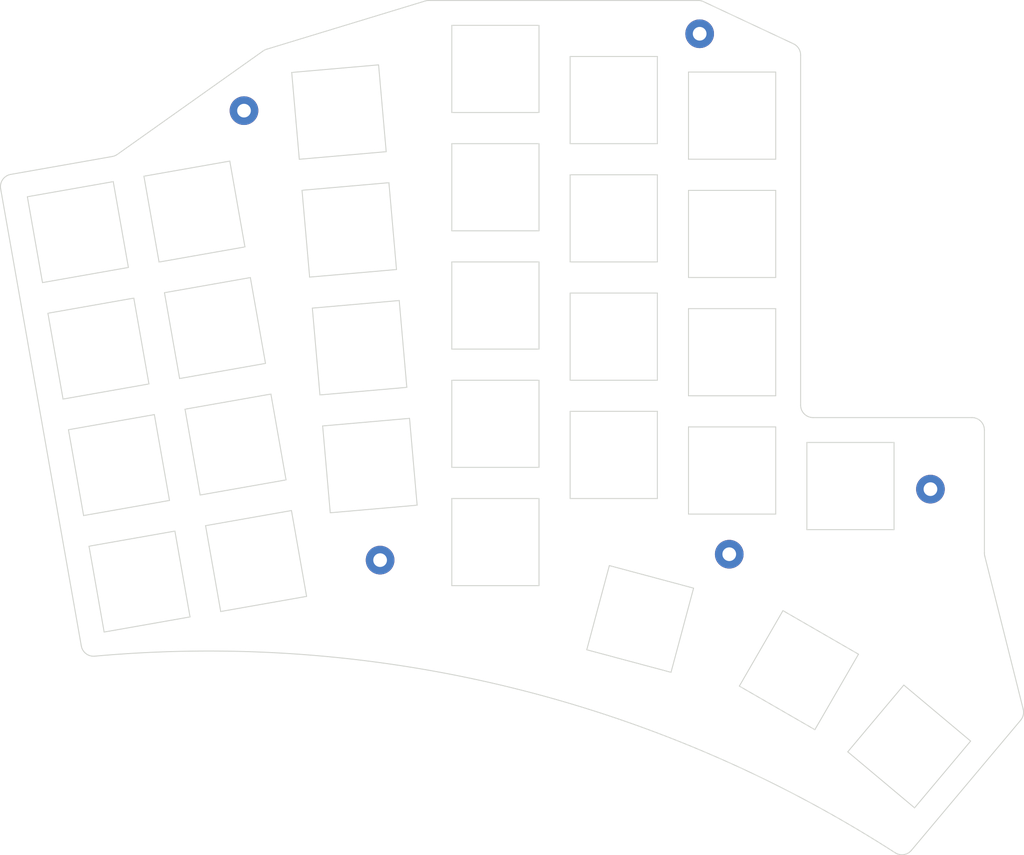
<source format=kicad_pcb>
(kicad_pcb (version 20240108) (generator "ergogen") (generator_version "4.1.0")
  (title_block (title "qapla_plate_mx") (date "2024-08-30") (rev "v1.0.0") (company "Unknown"))
  (layers (0 "F.Cu" signal) (31 "B.Cu" signal) (34 "B.Paste" user) (35 "F.Paste" user) (36 "B.SilkS" user "B.Silkscreen") (37 "F.SilkS" user "F.Silkscreen") (38 "B.Mask" user) (39 "F.Mask" user) (44 "Edge.Cuts" user))
  (net 0 "")
  (footprint "ceoloide:mounting_hole_plated" (layer "F.Cu") (at 138 36 0)
    (property "Reference" "H1" hide)
    (pad "" thru_hole circle (at 0 0 0) (size 4.6 4.6) (drill 2.2) (layers "*.Cu" "*.Mask"))
  )
  (footprint "ceoloide:mounting_hole_plated" (layer "F.Cu") (at 159.85 108.2 0)
    (property "Reference" "H2" hide)
    (pad "" thru_hole circle (at 0 0 0) (size 4.6 4.6) (drill 2.2) (layers "*.Cu" "*.Mask"))
  )
  (footprint "ceoloide:mounting_hole_plated" (layer "F.Cu") (at 211.15 23.650000000000006 0)
    (property "Reference" "H3" hide)
    (pad "" thru_hole circle (at 0 0 0) (size 4.6 4.6) (drill 2.2) (layers "*.Cu" "*.Mask"))
  )
  (footprint "ceoloide:mounting_hole_plated" (layer "F.Cu") (at 215.9 107.25 0)
    (property "Reference" "H4" hide)
    (pad "" thru_hole circle (at 0 0 0) (size 4.6 4.6) (drill 2.2) (layers "*.Cu" "*.Mask"))
  )
  (footprint "ceoloide:mounting_hole_plated" (layer "F.Cu") (at 248.2 96.8 0)
    (property "Reference" "H5" hide)
    (pad "" thru_hole circle (at 0 0 0) (size 4.6 4.6) (drill 2.2) (layers "*.Cu" "*.Mask"))
  )
  (gr_line (start 111.88229119801761 121.98543100034954) (end 98.93502156095455 48.557816234141455) (layer Edge.Cuts) (stroke (width 0.15)))
  (gr_line (start 100.55734068107093 46.240904348227076) (end 116.85566190625582 43.36707056903065) (layer Edge.Cuts) (stroke (width 0.15)))
  (gr_line (start 117.66620080407552 43.02822717970484) (end 141.0615242653931 26.4177326183285) (layer Edge.Cuts) (stroke (width 0.15)))
  (gr_line (start 141.636784937627 26.13523350415246) (end 167.07400751701172 18.389817572134405) (layer Edge.Cuts) (stroke (width 0.15)))
  (gr_line (start 167.65658212549653 18.3030888) (end 210.9133464441456 18.3030888) (layer Edge.Cuts) (stroke (width 0.15)))
  (gr_line (start 211.76221428257634 18.49217091801441) (end 226.20770683843074 25.263495595891953) (layer Edge.Cuts) (stroke (width 0.15)))
  (gr_line (start 227.358839 27.074413477877542) (end 227.358839 83.3030887) (layer Edge.Cuts) (stroke (width 0.15)))
  (gr_line (start 229.358839 85.3030887) (end 254.858839 85.3030887) (layer Edge.Cuts) (stroke (width 0.15)))
  (gr_line (start 256.858839 87.3030887) (end 256.858839 107.0561444037321) (layer Edge.Cuts) (stroke (width 0.15)))
  (gr_line (start 256.9189049176768 107.54261697422294) (end 263.0886456023561 132.14604260662782) (layer Edge.Cuts) (stroke (width 0.15)))
  (gr_line (start 262.6808003787155 133.9180904263589) (end 245.1490063103996 154.8116690248163) (layer Edge.Cuts) (stroke (width 0.15)))
  (gr_arc (start 242.5341139 155.20762190000002) (mid 180.9213892 128.6824201) (end 114.03202299999998 123.63000770000002) (layer Edge.Cuts) (stroke (width 0.15)))
  (gr_arc (start 100.55734066396991 46.24090435124245) (mid 99.26633296396992 47.06336705124245) (end 98.93502156396991 48.55781625124245) (layer Edge.Cuts) (stroke (width 0.15)))
  (gr_arc (start 116.85566192335682 43.36707056601528) (mid 117.27976622335682 43.242703266015276) (end 117.66620082335682 43.02822716601528) (layer Edge.Cuts) (stroke (width 0.15)))
  (gr_arc (start 141.63678494611185 26.135233532018045) (mid 141.33776554611183 26.253291132018045) (end 141.06152434611184 26.417732732018045) (layer Edge.Cuts) (stroke (width 0.15)))
  (gr_arc (start 167.65658212549653 18.303088799999998) (mid 167.36208462549652 18.324889799999998) (end 167.07400752549654 18.389817599999997) (layer Edge.Cuts) (stroke (width 0.15)))
  (gr_arc (start 211.76221424414558 18.492171000000003) (mid 211.3481822441456 18.350931600000003) (end 210.9133464441456 18.3030888) (layer Edge.Cuts) (stroke (width 0.15)))
  (gr_arc (start 227.358839 27.074413477877542) (mid 227.0466979 26.00150517787754) (end 226.20770679999998 25.263495677877543) (layer Edge.Cuts) (stroke (width 0.15)))
  (gr_arc (start 227.358839 83.3030887) (mid 227.94462539999998 84.7173023) (end 229.358839 85.3030887) (layer Edge.Cuts) (stroke (width 0.15)))
  (gr_arc (start 256.858839 87.3030887) (mid 256.27305259999997 85.8888751) (end 254.858839 85.3030887) (layer Edge.Cuts) (stroke (width 0.15)))
  (gr_arc (start 256.858839 107.0561444037321) (mid 256.8739123 107.3012278037321) (end 256.9189049 107.5426170037321) (layer Edge.Cuts) (stroke (width 0.15)))
  (gr_arc (start 262.68080042003294 133.91809047711843) (mid 263.09775602003293 133.08109707711841) (end 263.0886457200329 132.1460425771184) (layer Edge.Cuts) (stroke (width 0.15)))
  (gr_arc (start 242.5341139 155.2076218) (mid 243.9163486 155.5035521) (end 245.1490064 154.8116692) (layer Edge.Cuts) (stroke (width 0.15)))
  (gr_arc (start 111.88229129999999 121.985431) (mid 112.63669689999999 123.2266134) (end 114.0320229 123.6300076) (layer Edge.Cuts) (stroke (width 0.15)))
  (gr_line (start 115.5505696 119.7541894) (end 129.3378781 117.32311490000001) (layer Edge.Cuts) (stroke (width 0.15)))
  (gr_line (start 129.3378781 117.32311490000001) (end 126.9068036 103.53580640000001) (layer Edge.Cuts) (stroke (width 0.15)))
  (gr_line (start 126.9068036 103.53580640000001) (end 113.11949510000001 105.9668809) (layer Edge.Cuts) (stroke (width 0.15)))
  (gr_line (start 113.11949510000001 105.9668809) (end 115.5505696 119.7541894) (layer Edge.Cuts) (stroke (width 0.15)))
  (gr_line (start 112.2512542 101.0428421) (end 126.0385627 98.61176760000001) (layer Edge.Cuts) (stroke (width 0.15)))
  (gr_line (start 126.0385627 98.61176760000001) (end 123.6074882 84.82445910000001) (layer Edge.Cuts) (stroke (width 0.15)))
  (gr_line (start 123.6074882 84.82445910000001) (end 109.82017970000001 87.2555336) (layer Edge.Cuts) (stroke (width 0.15)))
  (gr_line (start 109.82017970000001 87.2555336) (end 112.2512542 101.0428421) (layer Edge.Cuts) (stroke (width 0.15)))
  (gr_line (start 108.9519388 82.33149479999999) (end 122.73924729999999 79.9004203) (layer Edge.Cuts) (stroke (width 0.15)))
  (gr_line (start 122.73924729999999 79.9004203) (end 120.3081728 66.1131118) (layer Edge.Cuts) (stroke (width 0.15)))
  (gr_line (start 120.3081728 66.1131118) (end 106.5208643 68.54418629999999) (layer Edge.Cuts) (stroke (width 0.15)))
  (gr_line (start 106.5208643 68.54418629999999) (end 108.9519388 82.33149479999999) (layer Edge.Cuts) (stroke (width 0.15)))
  (gr_line (start 105.6526234 63.6201475) (end 119.43993189999999 61.189073) (layer Edge.Cuts) (stroke (width 0.15)))
  (gr_line (start 119.43993189999999 61.189073) (end 117.0088574 47.4017645) (layer Edge.Cuts) (stroke (width 0.15)))
  (gr_line (start 117.0088574 47.4017645) (end 103.2215489 49.832839) (layer Edge.Cuts) (stroke (width 0.15)))
  (gr_line (start 103.2215489 49.832839) (end 105.6526234 63.6201475) (layer Edge.Cuts) (stroke (width 0.15)))
  (gr_line (start 134.26191690000002 116.45487399999999) (end 148.0492254 114.0237995) (layer Edge.Cuts) (stroke (width 0.15)))
  (gr_line (start 148.0492254 114.0237995) (end 145.6181509 100.236491) (layer Edge.Cuts) (stroke (width 0.15)))
  (gr_line (start 145.6181509 100.236491) (end 131.8308424 102.6675655) (layer Edge.Cuts) (stroke (width 0.15)))
  (gr_line (start 131.8308424 102.6675655) (end 134.26191690000002 116.45487399999999) (layer Edge.Cuts) (stroke (width 0.15)))
  (gr_line (start 130.9626015 97.74352669999999) (end 144.74991 95.3124522) (layer Edge.Cuts) (stroke (width 0.15)))
  (gr_line (start 144.74991 95.3124522) (end 142.31883549999998 81.5251437) (layer Edge.Cuts) (stroke (width 0.15)))
  (gr_line (start 142.31883549999998 81.5251437) (end 128.53152699999998 83.9562182) (layer Edge.Cuts) (stroke (width 0.15)))
  (gr_line (start 128.53152699999998 83.9562182) (end 130.9626015 97.74352669999999) (layer Edge.Cuts) (stroke (width 0.15)))
  (gr_line (start 127.66328610000001 79.03217939999999) (end 141.45059460000002 76.6011049) (layer Edge.Cuts) (stroke (width 0.15)))
  (gr_line (start 141.45059460000002 76.6011049) (end 139.01952010000002 62.813796399999994) (layer Edge.Cuts) (stroke (width 0.15)))
  (gr_line (start 139.01952010000002 62.813796399999994) (end 125.23221160000001 65.2448709) (layer Edge.Cuts) (stroke (width 0.15)))
  (gr_line (start 125.23221160000001 65.2448709) (end 127.66328610000001 79.03217939999999) (layer Edge.Cuts) (stroke (width 0.15)))
  (gr_line (start 124.36397079999999 60.320832100000004) (end 138.1512793 57.8897576) (layer Edge.Cuts) (stroke (width 0.15)))
  (gr_line (start 138.1512793 57.8897576) (end 135.72020479999998 44.1024491) (layer Edge.Cuts) (stroke (width 0.15)))
  (gr_line (start 135.72020479999998 44.1024491) (end 121.9328963 46.5335236) (layer Edge.Cuts) (stroke (width 0.15)))
  (gr_line (start 121.9328963 46.5335236) (end 124.36397079999999 60.320832100000004) (layer Edge.Cuts) (stroke (width 0.15)))
  (gr_line (start 151.8476866 100.5957752) (end 165.7944124 99.3755948) (layer Edge.Cuts) (stroke (width 0.15)))
  (gr_line (start 165.7944124 99.3755948) (end 164.57423200000002 85.428869) (layer Edge.Cuts) (stroke (width 0.15)))
  (gr_line (start 164.57423200000002 85.428869) (end 150.62750620000003 86.64904940000001) (layer Edge.Cuts) (stroke (width 0.15)))
  (gr_line (start 150.62750620000003 86.64904940000001) (end 151.8476866 100.5957752) (layer Edge.Cuts) (stroke (width 0.15)))
  (gr_line (start 150.19172749999998 81.6680759) (end 164.13845329999998 80.4478955) (layer Edge.Cuts) (stroke (width 0.15)))
  (gr_line (start 164.13845329999998 80.4478955) (end 162.9182729 66.5011697) (layer Edge.Cuts) (stroke (width 0.15)))
  (gr_line (start 162.9182729 66.5011697) (end 148.9715471 67.72135010000001) (layer Edge.Cuts) (stroke (width 0.15)))
  (gr_line (start 148.9715471 67.72135010000001) (end 150.19172749999998 81.6680759) (layer Edge.Cuts) (stroke (width 0.15)))
  (gr_line (start 148.5357683 62.7403766) (end 162.4824941 61.5201962) (layer Edge.Cuts) (stroke (width 0.15)))
  (gr_line (start 162.4824941 61.5201962) (end 161.26231370000002 47.5734704) (layer Edge.Cuts) (stroke (width 0.15)))
  (gr_line (start 161.26231370000002 47.5734704) (end 147.31558790000003 48.793650799999995) (layer Edge.Cuts) (stroke (width 0.15)))
  (gr_line (start 147.31558790000003 48.793650799999995) (end 148.5357683 62.7403766) (layer Edge.Cuts) (stroke (width 0.15)))
  (gr_line (start 146.87980919999998 43.8126773) (end 160.82653499999998 42.5924969) (layer Edge.Cuts) (stroke (width 0.15)))
  (gr_line (start 160.82653499999998 42.5924969) (end 159.6063546 28.645771099999997) (layer Edge.Cuts) (stroke (width 0.15)))
  (gr_line (start 159.6063546 28.645771099999997) (end 145.6596288 29.865951499999998) (layer Edge.Cuts) (stroke (width 0.15)))
  (gr_line (start 145.6596288 29.865951499999998) (end 146.87980919999998 43.8126773) (layer Edge.Cuts) (stroke (width 0.15)))
  (gr_line (start 171.358839 112.3030888) (end 185.358839 112.3030888) (layer Edge.Cuts) (stroke (width 0.15)))
  (gr_line (start 185.358839 112.3030888) (end 185.358839 98.3030888) (layer Edge.Cuts) (stroke (width 0.15)))
  (gr_line (start 185.358839 98.3030888) (end 171.358839 98.3030888) (layer Edge.Cuts) (stroke (width 0.15)))
  (gr_line (start 171.358839 98.3030888) (end 171.358839 112.3030888) (layer Edge.Cuts) (stroke (width 0.15)))
  (gr_line (start 171.358839 93.3030888) (end 185.358839 93.3030888) (layer Edge.Cuts) (stroke (width 0.15)))
  (gr_line (start 185.358839 93.3030888) (end 185.358839 79.3030888) (layer Edge.Cuts) (stroke (width 0.15)))
  (gr_line (start 185.358839 79.3030888) (end 171.358839 79.3030888) (layer Edge.Cuts) (stroke (width 0.15)))
  (gr_line (start 171.358839 79.3030888) (end 171.358839 93.3030888) (layer Edge.Cuts) (stroke (width 0.15)))
  (gr_line (start 171.3588391 74.3030888) (end 185.3588391 74.3030888) (layer Edge.Cuts) (stroke (width 0.15)))
  (gr_line (start 185.3588391 74.3030888) (end 185.3588391 60.3030888) (layer Edge.Cuts) (stroke (width 0.15)))
  (gr_line (start 185.3588391 60.3030888) (end 171.3588391 60.3030888) (layer Edge.Cuts) (stroke (width 0.15)))
  (gr_line (start 171.3588391 60.3030888) (end 171.3588391 74.3030888) (layer Edge.Cuts) (stroke (width 0.15)))
  (gr_line (start 171.3588391 55.3030888) (end 185.3588391 55.3030888) (layer Edge.Cuts) (stroke (width 0.15)))
  (gr_line (start 185.3588391 55.3030888) (end 185.3588391 41.3030888) (layer Edge.Cuts) (stroke (width 0.15)))
  (gr_line (start 185.3588391 41.3030888) (end 171.3588391 41.3030888) (layer Edge.Cuts) (stroke (width 0.15)))
  (gr_line (start 171.3588391 41.3030888) (end 171.3588391 55.3030888) (layer Edge.Cuts) (stroke (width 0.15)))
  (gr_line (start 171.3588391 36.3030888) (end 185.3588391 36.3030888) (layer Edge.Cuts) (stroke (width 0.15)))
  (gr_line (start 185.3588391 36.3030888) (end 185.3588391 22.303088799999998) (layer Edge.Cuts) (stroke (width 0.15)))
  (gr_line (start 185.3588391 22.303088799999998) (end 171.3588391 22.303088799999998) (layer Edge.Cuts) (stroke (width 0.15)))
  (gr_line (start 171.3588391 22.303088799999998) (end 171.3588391 36.3030888) (layer Edge.Cuts) (stroke (width 0.15)))
  (gr_line (start 190.358839 98.3030887) (end 204.358839 98.3030887) (layer Edge.Cuts) (stroke (width 0.15)))
  (gr_line (start 204.358839 98.3030887) (end 204.358839 84.3030887) (layer Edge.Cuts) (stroke (width 0.15)))
  (gr_line (start 204.358839 84.3030887) (end 190.358839 84.3030887) (layer Edge.Cuts) (stroke (width 0.15)))
  (gr_line (start 190.358839 84.3030887) (end 190.358839 98.3030887) (layer Edge.Cuts) (stroke (width 0.15)))
  (gr_line (start 190.358839 79.3030887) (end 204.358839 79.3030887) (layer Edge.Cuts) (stroke (width 0.15)))
  (gr_line (start 204.358839 79.3030887) (end 204.358839 65.3030887) (layer Edge.Cuts) (stroke (width 0.15)))
  (gr_line (start 204.358839 65.3030887) (end 190.358839 65.3030887) (layer Edge.Cuts) (stroke (width 0.15)))
  (gr_line (start 190.358839 65.3030887) (end 190.358839 79.3030887) (layer Edge.Cuts) (stroke (width 0.15)))
  (gr_line (start 190.3588391 60.3030887) (end 204.3588391 60.3030887) (layer Edge.Cuts) (stroke (width 0.15)))
  (gr_line (start 204.3588391 60.3030887) (end 204.3588391 46.3030887) (layer Edge.Cuts) (stroke (width 0.15)))
  (gr_line (start 204.3588391 46.3030887) (end 190.3588391 46.3030887) (layer Edge.Cuts) (stroke (width 0.15)))
  (gr_line (start 190.3588391 46.3030887) (end 190.3588391 60.3030887) (layer Edge.Cuts) (stroke (width 0.15)))
  (gr_line (start 190.3588391 41.3030887) (end 204.3588391 41.3030887) (layer Edge.Cuts) (stroke (width 0.15)))
  (gr_line (start 204.3588391 41.3030887) (end 204.3588391 27.303088700000004) (layer Edge.Cuts) (stroke (width 0.15)))
  (gr_line (start 204.3588391 27.303088700000004) (end 190.3588391 27.303088700000004) (layer Edge.Cuts) (stroke (width 0.15)))
  (gr_line (start 190.3588391 27.303088700000004) (end 190.3588391 41.3030887) (layer Edge.Cuts) (stroke (width 0.15)))
  (gr_line (start 209.3588389 100.8030888) (end 223.3588389 100.8030888) (layer Edge.Cuts) (stroke (width 0.15)))
  (gr_line (start 223.3588389 100.8030888) (end 223.3588389 86.8030888) (layer Edge.Cuts) (stroke (width 0.15)))
  (gr_line (start 223.3588389 86.8030888) (end 209.3588389 86.8030888) (layer Edge.Cuts) (stroke (width 0.15)))
  (gr_line (start 209.3588389 86.8030888) (end 209.3588389 100.8030888) (layer Edge.Cuts) (stroke (width 0.15)))
  (gr_line (start 209.358839 81.8030888) (end 223.358839 81.8030888) (layer Edge.Cuts) (stroke (width 0.15)))
  (gr_line (start 223.358839 81.8030888) (end 223.358839 67.8030888) (layer Edge.Cuts) (stroke (width 0.15)))
  (gr_line (start 223.358839 67.8030888) (end 209.358839 67.8030888) (layer Edge.Cuts) (stroke (width 0.15)))
  (gr_line (start 209.358839 67.8030888) (end 209.358839 81.8030888) (layer Edge.Cuts) (stroke (width 0.15)))
  (gr_line (start 209.358839 62.8030888) (end 223.358839 62.8030888) (layer Edge.Cuts) (stroke (width 0.15)))
  (gr_line (start 223.358839 62.8030888) (end 223.358839 48.8030888) (layer Edge.Cuts) (stroke (width 0.15)))
  (gr_line (start 223.358839 48.8030888) (end 209.358839 48.8030888) (layer Edge.Cuts) (stroke (width 0.15)))
  (gr_line (start 209.358839 48.8030888) (end 209.358839 62.8030888) (layer Edge.Cuts) (stroke (width 0.15)))
  (gr_line (start 209.358839 43.8030888) (end 223.358839 43.8030888) (layer Edge.Cuts) (stroke (width 0.15)))
  (gr_line (start 223.358839 43.8030888) (end 223.358839 29.803088799999998) (layer Edge.Cuts) (stroke (width 0.15)))
  (gr_line (start 223.358839 29.803088799999998) (end 209.358839 29.803088799999998) (layer Edge.Cuts) (stroke (width 0.15)))
  (gr_line (start 209.358839 29.803088799999998) (end 209.358839 43.8030888) (layer Edge.Cuts) (stroke (width 0.15)))
  (gr_line (start 228.358839 103.3030887) (end 242.358839 103.3030887) (layer Edge.Cuts) (stroke (width 0.15)))
  (gr_line (start 242.358839 103.3030887) (end 242.358839 89.3030887) (layer Edge.Cuts) (stroke (width 0.15)))
  (gr_line (start 242.358839 89.3030887) (end 228.358839 89.3030887) (layer Edge.Cuts) (stroke (width 0.15)))
  (gr_line (start 228.358839 89.3030887) (end 228.358839 103.3030887) (layer Edge.Cuts) (stroke (width 0.15)))
  (gr_line (start 193.0282656 122.6013054) (end 206.5512272 126.224772) (layer Edge.Cuts) (stroke (width 0.15)))
  (gr_line (start 206.5512272 126.224772) (end 210.1746938 112.7018104) (layer Edge.Cuts) (stroke (width 0.15)))
  (gr_line (start 210.1746938 112.7018104) (end 196.6517322 109.0783438) (layer Edge.Cuts) (stroke (width 0.15)))
  (gr_line (start 196.6517322 109.0783438) (end 193.0282656 122.6013054) (layer Edge.Cuts) (stroke (width 0.15)))
  (gr_line (start 229.64605519999998 135.4377617) (end 236.64605519999998 123.31340610000001) (layer Edge.Cuts) (stroke (width 0.15)))
  (gr_line (start 236.64605519999998 123.31340610000001) (end 224.52169959999998 116.31340610000001) (layer Edge.Cuts) (stroke (width 0.15)))
  (gr_line (start 224.52169959999998 116.31340610000001) (end 217.52169959999998 128.4377617) (layer Edge.Cuts) (stroke (width 0.15)))
  (gr_line (start 217.52169959999998 128.4377617) (end 229.64605519999998 135.4377617) (layer Edge.Cuts) (stroke (width 0.15)))
  (gr_line (start 245.64933509999997 147.99250510000002) (end 254.64836169999995 137.26788290000002) (layer Edge.Cuts) (stroke (width 0.15)))
  (gr_line (start 254.64836169999995 137.26788290000002) (end 243.92373949999995 128.26885630000004) (layer Edge.Cuts) (stroke (width 0.15)))
  (gr_line (start 243.92373949999995 128.26885630000004) (end 234.92471289999997 138.99347850000004) (layer Edge.Cuts) (stroke (width 0.15)))
  (gr_line (start 234.92471289999997 138.99347850000004) (end 245.64933509999997 147.99250510000002) (layer Edge.Cuts) (stroke (width 0.15)))
)
</source>
